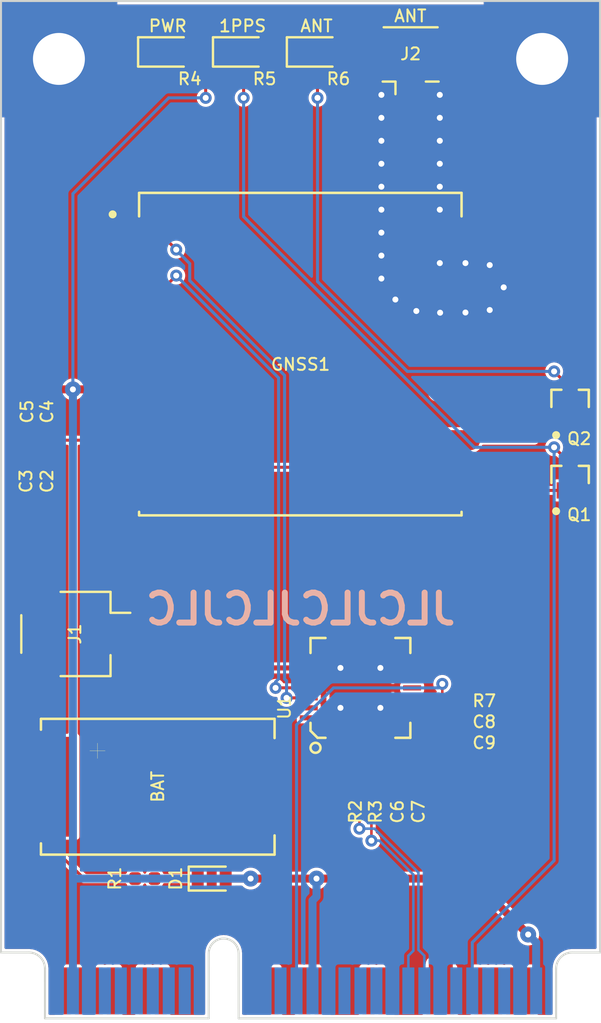
<source format=kicad_pcb>
(kicad_pcb (version 20171130) (host pcbnew 5.1.5+dfsg1-2build2)
  (layers (0 F.Cu signal) (31 B.Cu signal) (34 B.Paste user) (35 F.Paste user hide) (36 B.SilkS user) (37 F.SilkS user) (38 B.Mask user) (39 F.Mask user) (44 Edge.Cuts user))
  (net 0 "")
  (net 1 Board_1-+3.3V)
  (net 2 Board_1-/1PPS)
  (net 3 Board_1-/AADET_N)
  (net 4 Board_1-/EX_ANT)
  (net 5 Board_1-/GPS_RX)
  (net 6 Board_1-/GPS_TX)
  (net 7 Board_1-/U232_D+)
  (net 8 Board_1-/U232_D-)
  (net 9 Board_1-/USB_D+)
  (net 10 Board_1-/USB_D-)
  (net 11 Board_1-/VBAT)
  (net 12 Board_1-/~LED_WLAN)
  (net 13 Board_1-/~RESET)
  (net 14 Board_1-GND)
  (net 15 "Board_1-Net-(D1-Pad1)")
  (net 16 "Board_1-Net-(LED1-Pad1)")
  (net 17 "Board_1-Net-(LED2-Pad1)")
  (net 18 "Board_1-Net-(LED3-Pad1)")
  (net 19 "Board_1-Net-(Q2-Pad3)")
  (module Diode_SMD:D_SOD-523 (layer F.Cu) (at 146.5 119.25)
    (fp_text reference D1 (at -1.8 0 270) (layer F.SilkS) (effects (font (size 0.6 0.6) (thickness 0.1))))
    (fp_text value RB520S30T1G)
    (fp_line (start -1.15 -0.6) (end -1.15 0.6) (layer F.SilkS) (width 0.12))
    (fp_line (start 0.7 -0.6) (end -1.15 -0.6) (layer F.SilkS) (width 0.12))
    (fp_line (start 0.7 0.6) (end -1.15 0.6) (layer F.SilkS) (width 0.12))
    (pad 2 smd rect (at 0.7 0 180) (size 0.6 0.7) (layers F.Cu F.Paste F.Mask) (net 1 Board_1-+3.3V))
    (pad 1 smd rect (at -0.7 0 180) (size 0.6 0.7) (layers F.Cu F.Paste F.Mask) (net 15 "Board_1-Net-(D1-Pad1)"))
  )
  (module Connector_Coaxial:U.FL_Hirose_U.FL-R-SMT-1_Vertical (layer F.Cu) (at 156.465 78.45 90)
    (fp_text reference J2 (at 0.5 0) (layer F.SilkS) (effects (font (size 0.6 0.6) (thickness 0.1))))
    (fp_text value ANT (at 2.4 -0.015 180) (layer F.SilkS) (effects (font (size 0.6 0.6) (thickness 0.1))))
    (fp_line (start 1.835 -1.35) (end 1.835 1.35) (layer F.SilkS) (width 0.12))
    (fp_line (start -0.885 -0.76) (end -1.515 -0.76) (layer F.SilkS) (width 0.12))
    (fp_line (start -0.885 1.4) (end -0.885 0.76) (layer F.SilkS) (width 0.12))
    (fp_line (start -0.885 -1.4) (end -0.885 -0.76) (layer F.SilkS) (width 0.12))
    (pad 2 smd rect (at 0.475 1.475 90) (size 2.2 1.05) (layers F.Cu F.Paste F.Mask) (net 14 Board_1-GND))
    (pad 1 smd rect (at -1.05 0 90) (size 1.05 1) (layers F.Cu F.Paste F.Mask) (net 4 Board_1-/EX_ANT))
    (pad 2 smd rect (at 0.475 -1.475 90) (size 2.2 1.05) (layers F.Cu F.Paste F.Mask) (net 14 Board_1-GND))
  )
  (module "1 My Footprints:JST_SH_SM02B-SRSS-TB_1x02-1MP_P1.00mm_Horizontal_3D" (layer F.Cu) (at 139.65 107 270)
    (fp_text reference J1 (at 0 0 270) (layer F.SilkS) (effects (font (size 0.6 0.6) (thickness 0.1))))
    (fp_text value 1PPS)
    (fp_line (start -2.11 0.715) (end -2.11 -1.785) (layer F.SilkS) (width 0.12))
    (fp_line (start -2.11 -1.785) (end -1.06 -1.785) (layer F.SilkS) (width 0.12))
    (fp_line (start -1.06 -1.785) (end -1.06 -2.775) (layer F.SilkS) (width 0.12))
    (fp_line (start 2.11 0.715) (end 2.11 -1.785) (layer F.SilkS) (width 0.12))
    (fp_line (start 2.11 -1.785) (end 1.06 -1.785) (layer F.SilkS) (width 0.12))
    (fp_line (start -0.94 2.685) (end 0.94 2.685) (layer F.SilkS) (width 0.12))
    (pad 1 smd roundrect (at -0.5 -2 270) (size 0.6 1.55) (layers F.Cu F.Paste F.Mask) (net 2 Board_1-/1PPS))
    (pad 2 smd roundrect (at 0.5 -2 270) (size 0.6 1.55) (layers F.Cu F.Paste F.Mask) (net 14 Board_1-GND))
    (pad MP smd roundrect (at -1.8 1.875 270) (size 1.2 1.8) (layers F.Cu F.Paste F.Mask) (roundrect_rratio 0.208333))
    (pad MP smd roundrect (at 1.8 1.875 270) (size 1.2 1.8) (layers F.Cu F.Paste F.Mask) (roundrect_rratio 0.208333))
  )
  (module "1 My Footprints:Q_EMT3F" (layer F.Cu) (at 164.45 99.15 90)
    (fp_text reference Q1 (at -1.8796 0.4572) (layer F.SilkS) (effects (font (size 0.6 0.6) (thickness 0.1))))
    (fp_text value DTC143Z)
    (fp_circle (center -1.7 -0.7) (end -1.6 -0.7) (layer F.SilkS) (width 0.2))
    (fp_line (start 0.569754 0.936931) (end -0.290246 0.936931) (layer F.SilkS) (width 0.127))
    (fp_line (start 0.569754 0.436931) (end 0.569754 0.936931) (layer F.SilkS) (width 0.127))
    (fp_line (start 0.571441 -0.936274) (end -0.288559 -0.936274) (layer F.SilkS) (width 0.127))
    (fp_line (start 0.571441 -0.436274) (end 0.571441 -0.936274) (layer F.SilkS) (width 0.127))
    (pad 1 smd rect (at -0.66 -0.5 90) (size 0.81 0.35) (layers F.Cu F.Paste F.Mask) (net 2 Board_1-/1PPS))
    (pad 2 smd rect (at -0.66 0.5 90) (size 0.81 0.35) (layers F.Cu F.Paste F.Mask) (net 14 Board_1-GND))
    (pad 3 smd rect (at 0.66 0 90) (size 0.81 0.35) (layers F.Cu F.Paste F.Mask) (net 12 Board_1-/~LED_WLAN))
  )
  (module "1 My Footprints:Q_EMT3F" (layer F.Cu) (at 164.45 95.34 90)
    (fp_text reference Q2 (at -1.8796 0.4572) (layer F.SilkS) (effects (font (size 0.6 0.6) (thickness 0.1))))
    (fp_text value DTA043T)
    (fp_circle (center -1.7 -0.7) (end -1.6 -0.7) (layer F.SilkS) (width 0.2))
    (fp_line (start 0.569754 0.936931) (end -0.290246 0.936931) (layer F.SilkS) (width 0.127))
    (fp_line (start 0.569754 0.436931) (end 0.569754 0.936931) (layer F.SilkS) (width 0.127))
    (fp_line (start 0.571441 -0.936274) (end -0.288559 -0.936274) (layer F.SilkS) (width 0.127))
    (fp_line (start 0.571441 -0.436274) (end 0.571441 -0.936274) (layer F.SilkS) (width 0.127))
    (pad 1 smd rect (at -0.66 -0.5 90) (size 0.81 0.35) (layers F.Cu F.Paste F.Mask) (net 3 Board_1-/AADET_N))
    (pad 2 smd rect (at -0.66 0.5 90) (size 0.81 0.35) (layers F.Cu F.Paste F.Mask) (net 14 Board_1-GND))
    (pad 3 smd rect (at 0.66 0 90) (size 0.81 0.35) (layers F.Cu F.Paste F.Mask) (net 19 "Board_1-Net-(Q2-Pad3)"))
  )
  (module "1 My Footprints:XCVR_LC86L" (layer F.Cu) (at 150.94 93.484)
    (fp_text reference GNSS1 (at 0.01 0.016) (layer F.SilkS) (effects (font (size 0.6 0.6) (thickness 0.1))))
    (fp_text value LC86L)
    (fp_circle (center -9.4 -7.5) (end -9.3 -7.5) (layer F.SilkS) (width 0.2))
    (fp_line (start -8.075 7.575) (end -8.075 7.4) (layer F.SilkS) (width 0.127))
    (fp_line (start 8.075 7.575) (end 8.075 7.4) (layer F.SilkS) (width 0.127))
    (fp_line (start 8.075 -8.575) (end 8.075 -7.4) (layer F.SilkS) (width 0.127))
    (fp_line (start -8.075 -8.575) (end -8.075 -7.4) (layer F.SilkS) (width 0.127))
    (fp_line (start 8.075 7.575) (end -8.075 7.575) (layer F.SilkS) (width 0.127))
    (fp_line (start -8.075 -8.575) (end 8.075 -8.575) (layer F.SilkS) (width 0.127))
    (pad 3 smd oval (at -7.75 -1.27) (size 2.5 1) (layers F.Cu F.Mask) (net 14 Board_1-GND))
    (pad 10 smd oval (at 7.75 -1.27) (size 2.5 1) (layers F.Cu F.Mask))
    (pad 4 smd oval (at -7.75 1.27) (size 2.5 1) (layers F.Cu F.Mask) (net 1 Board_1-+3.3V))
    (pad 2 smd oval (at -7.75 -3.81) (size 2.5 1) (layers F.Cu F.Mask) (net 6 Board_1-/GPS_TX))
    (pad 1 smd oval (at -7.75 -6.35) (size 2.5 1) (layers F.Cu F.Mask) (net 5 Board_1-/GPS_RX))
    (pad 5 smd oval (at -7.75 3.81) (size 2.5 1) (layers F.Cu F.Mask) (net 11 Board_1-/VBAT))
    (pad 6 smd oval (at -7.75 6.35) (size 2.5 1) (layers F.Cu F.Mask) (net 2 Board_1-/1PPS))
    (pad 11 smd oval (at 7.75 -3.81) (size 2.5 1) (layers F.Cu F.Mask) (net 4 Board_1-/EX_ANT))
    (pad 12 smd oval (at 7.75 -6.35) (size 2.5 1) (layers F.Cu F.Mask) (net 14 Board_1-GND))
    (pad 9 smd oval (at 7.75 1.27) (size 2.5 1) (layers F.Cu F.Mask))
    (pad 8 smd oval (at 7.75 3.81) (size 2.5 1) (layers F.Cu F.Mask) (net 3 Board_1-/AADET_N))
    (pad 7 smd oval (at 7.75 6.35) (size 2.5 1) (layers F.Cu F.Mask))
  )
  (module "1 My Footprints:CAP_DSK-3R3H224U-HL" (layer F.Cu) (at 143.8 114.65 90)
    (fp_text reference C1)
    (fp_text value DSK-3R3H224U-HL hide)
    (fp_text user + (at 1.8 -3.1 90) (layer F.SilkS) (effects (font (size 1.004496 1.004496) (thickness 0.015))))
    (fp_text user BAT (at 0 0 270) (layer F.SilkS) (effects (font (size 0.6 0.6) (thickness 0.1))))
    (fp_line (start 3.4 -5.85) (end 2.857 -5.85) (layer F.SilkS) (width 0.127))
    (fp_line (start 3.4 5.85) (end 3.4 -5.85) (layer F.SilkS) (width 0.127))
    (fp_line (start 2.438 5.85) (end 3.4 5.85) (layer F.SilkS) (width 0.127))
    (fp_line (start -3.4 5.85) (end -2.438 5.85) (layer F.SilkS) (width 0.127))
    (fp_line (start -3.4 -5.85) (end -3.4 5.85) (layer F.SilkS) (width 0.127))
    (fp_line (start -2.837 -5.85) (end -3.4 -5.85) (layer F.SilkS) (width 0.127))
    (pad 1 smd rect (at 0 -5.075 90) (size 5 2) (layers F.Cu F.Paste F.Mask) (net 11 Board_1-/VBAT))
    (pad 2 smd rect (at 0 5.075 90) (size 4 1.7) (layers F.Cu F.Paste F.Mask) (net 14 Board_1-GND))
  )
  (module Capacitor_SMD:C_0402_1005Metric (layer F.Cu) (at 137.2 97.785 270)
    (fp_text reference C3 (at 1.565 0 90) (layer F.SilkS) (effects (font (size 0.6 0.6) (thickness 0.1))))
    (fp_text value 100nF)
    (pad 1 smd roundrect (at -0.485 0 270) (size 0.59 0.64) (layers F.Cu F.Paste F.Mask) (net 11 Board_1-/VBAT))
    (pad 2 smd roundrect (at 0.485 0 270) (size 0.59 0.64) (layers F.Cu F.Paste F.Mask) (net 14 Board_1-GND))
  )
  (module Capacitor_SMD:C_0402_1005Metric (layer F.Cu) (at 138.25 94.265 90)
    (fp_text reference C4 (at -1.6 0 90) (layer F.SilkS) (effects (font (size 0.6 0.6) (thickness 0.1))))
    (fp_text value 100nF)
    (pad 1 smd roundrect (at -0.485 0 90) (size 0.59 0.64) (layers F.Cu F.Paste F.Mask) (net 1 Board_1-+3.3V))
    (pad 2 smd roundrect (at 0.485 0 90) (size 0.59 0.64) (layers F.Cu F.Paste F.Mask) (net 14 Board_1-GND))
  )
  (module Capacitor_SMD:C_0402_1005Metric (layer F.Cu) (at 137.25 94.265 270)
    (fp_text reference C5 (at 1.6 0 90) (layer F.SilkS) (effects (font (size 0.6 0.6) (thickness 0.1))))
    (fp_text value 10uF)
    (pad 1 smd roundrect (at -0.485 0 270) (size 0.59 0.64) (layers F.Cu F.Paste F.Mask) (net 14 Board_1-GND))
    (pad 2 smd roundrect (at 0.485 0 270) (size 0.59 0.64) (layers F.Cu F.Paste F.Mask) (net 1 Board_1-+3.3V))
  )
  (module Capacitor_SMD:C_0402_1005Metric (layer F.Cu) (at 155.8 114.35 90)
    (fp_text reference C6 (at -1.55 0 90) (layer F.SilkS) (effects (font (size 0.6 0.6) (thickness 0.1))))
    (fp_text value 100nF)
    (pad 1 smd roundrect (at -0.485 0 90) (size 0.59 0.64) (layers F.Cu F.Paste F.Mask) (net 14 Board_1-GND))
    (pad 2 smd roundrect (at 0.485 0 90) (size 0.59 0.64) (layers F.Cu F.Paste F.Mask) (net 1 Board_1-+3.3V))
  )
  (module Capacitor_SMD:C_0402_1005Metric (layer F.Cu) (at 156.85 114.35 270)
    (fp_text reference C7 (at 1.55 0 90) (layer F.SilkS) (effects (font (size 0.6 0.6) (thickness 0.1))))
    (fp_text value 4.7uF)
    (pad 1 smd roundrect (at -0.485 0 270) (size 0.59 0.64) (layers F.Cu F.Paste F.Mask) (net 1 Board_1-+3.3V))
    (pad 2 smd roundrect (at 0.485 0 270) (size 0.59 0.64) (layers F.Cu F.Paste F.Mask) (net 14 Board_1-GND))
  )
  (module Capacitor_SMD:C_0402_1005Metric (layer F.Cu) (at 158.55 111.4 180)
    (fp_text reference C8 (at -1.6 0) (layer F.SilkS) (effects (font (size 0.6 0.6) (thickness 0.1))))
    (fp_text value 100nF)
    (pad 1 smd roundrect (at -0.485 0 180) (size 0.59 0.64) (layers F.Cu F.Paste F.Mask) (net 14 Board_1-GND))
    (pad 2 smd roundrect (at 0.485 0 180) (size 0.59 0.64) (layers F.Cu F.Paste F.Mask) (net 1 Board_1-+3.3V))
  )
  (module Capacitor_SMD:C_0402_1005Metric (layer F.Cu) (at 158.55 112.45)
    (fp_text reference C9 (at 1.6 0) (layer F.SilkS) (effects (font (size 0.6 0.6) (thickness 0.1))))
    (fp_text value 1uF)
    (pad 1 smd roundrect (at -0.485 0) (size 0.59 0.64) (layers F.Cu F.Paste F.Mask) (net 1 Board_1-+3.3V))
    (pad 2 smd roundrect (at 0.485 0) (size 0.59 0.64) (layers F.Cu F.Paste F.Mask) (net 14 Board_1-GND))
  )
  (module Resistor_SMD:R_0402_1005Metric (layer F.Cu) (at 143.15 119.25 180)
    (fp_text reference R1 (at 1.5 0 270) (layer F.SilkS) (effects (font (size 0.6 0.6) (thickness 0.1))))
    (fp_text value 1K)
    (pad 1 smd roundrect (at -0.485 0 180) (size 0.59 0.64) (layers F.Cu F.Paste F.Mask) (net 15 "Board_1-Net-(D1-Pad1)"))
    (pad 2 smd roundrect (at 0.485 0 180) (size 0.59 0.64) (layers F.Cu F.Paste F.Mask) (net 11 Board_1-/VBAT))
  )
  (module Resistor_SMD:R_0402_1005Metric (layer F.Cu) (at 143.865 79.2)
    (fp_text reference R4 (at 1.535 0 180) (layer F.SilkS) (effects (font (size 0.6 0.6) (thickness 0.1))))
    (fp_text value 51R)
    (pad 1 smd roundrect (at -0.485 0) (size 0.59 0.64) (layers F.Cu F.Paste F.Mask) (net 16 "Board_1-Net-(LED1-Pad1)"))
    (pad 2 smd roundrect (at 0.485 0) (size 0.59 0.64) (layers F.Cu F.Paste F.Mask) (net 14 Board_1-GND))
  )
  (module Resistor_SMD:R_0402_1005Metric (layer F.Cu) (at 147.6 79.2)
    (fp_text reference R5 (at 1.55 0) (layer F.SilkS) (effects (font (size 0.6 0.6) (thickness 0.1))))
    (fp_text value 220R)
    (pad 1 smd roundrect (at -0.485 0) (size 0.59 0.64) (layers F.Cu F.Paste F.Mask) (net 17 "Board_1-Net-(LED2-Pad1)"))
    (pad 2 smd roundrect (at 0.485 0) (size 0.59 0.64) (layers F.Cu F.Paste F.Mask) (net 12 Board_1-/~LED_WLAN))
  )
  (module Resistor_SMD:R_0402_1005Metric (layer F.Cu) (at 151.3 79.2)
    (fp_text reference R6 (at 1.55 0) (layer F.SilkS) (effects (font (size 0.6 0.6) (thickness 0.1))))
    (fp_text value 220R)
    (pad 1 smd roundrect (at -0.485 0) (size 0.59 0.64) (layers F.Cu F.Paste F.Mask) (net 18 "Board_1-Net-(LED3-Pad1)"))
    (pad 2 smd roundrect (at 0.485 0) (size 0.59 0.64) (layers F.Cu F.Paste F.Mask) (net 19 "Board_1-Net-(Q2-Pad3)"))
  )
  (module Resistor_SMD:R_0402_1005Metric (layer F.Cu) (at 158.55 110.35 180)
    (fp_text reference R7 (at -1.6 0) (layer F.SilkS) (effects (font (size 0.6 0.6) (thickness 0.1))))
    (fp_text value 4.7K)
    (pad 1 smd roundrect (at -0.485 0 180) (size 0.59 0.64) (layers F.Cu F.Paste F.Mask) (net 1 Board_1-+3.3V))
    (pad 2 smd roundrect (at 0.485 0 180) (size 0.59 0.64) (layers F.Cu F.Paste F.Mask) (net 13 Board_1-/~RESET))
  )
  (module Capacitor_SMD:C_0402_1005Metric (layer F.Cu) (at 138.25 97.785 270)
    (fp_text reference C2 (at 1.565 0 90) (layer F.SilkS) (effects (font (size 0.6 0.6) (thickness 0.1))))
    (fp_text value 4.7uF)
    (pad 1 smd roundrect (at -0.485 0 270) (size 0.59 0.64) (layers F.Cu F.Paste F.Mask) (net 11 Board_1-/VBAT))
    (pad 2 smd roundrect (at 0.485 0 270) (size 0.59 0.64) (layers F.Cu F.Paste F.Mask) (net 14 Board_1-GND))
  )
  (module "1 My Footprints:QFN28G_0.5-5X5MM" (layer F.Cu) (at 153.95 109.7 90)
    (fp_text reference U1 (at -0.976228 -3.805681 90) (layer F.SilkS) (effects (font (size 0.6 0.6) (thickness 0.1))))
    (fp_text value CP2102N-A01-GQFN28)
    (fp_circle (center -3 -2.25) (end -2.75 -2.25) (layer F.SilkS) (width 0.127))
    (fp_line (start 2.5 2.5) (end 2.5 1.75) (layer F.SilkS) (width 0.127))
    (fp_line (start 1.75 2.5) (end 2.5 2.5) (layer F.SilkS) (width 0.127))
    (fp_line (start -2.5 2.5) (end -1.75 2.5) (layer F.SilkS) (width 0.127))
    (fp_line (start -2.5 1.75) (end -2.5 2.5) (layer F.SilkS) (width 0.127))
    (fp_line (start 2.5 -2.5) (end 2.5 -1.75) (layer F.SilkS) (width 0.127))
    (fp_line (start 1.75 -2.5) (end 2.5 -2.5) (layer F.SilkS) (width 0.127))
    (fp_line (start -2.5 -2.14645) (end -2.5 -1.75) (layer F.SilkS) (width 0.127))
    (fp_line (start -2.14645 -2.5) (end -2.5 -2.14645) (layer F.SilkS) (width 0.127))
    (fp_line (start -1.75 -2.5) (end -2.14645 -2.5) (layer F.SilkS) (width 0.127))
    (pad 1 smd rect (at -2.59 -1.5 90) (size 0.9 0.254) (layers F.Cu F.Paste F.Mask))
    (pad 2 smd rect (at -2.59 -1 90) (size 0.9 0.254) (layers F.Cu F.Paste F.Mask))
    (pad 3 smd rect (at -2.59 -0.5 90) (size 0.9 0.254) (layers F.Cu F.Paste F.Mask) (net 14 Board_1-GND))
    (pad 4 smd rect (at -2.59 0 90) (size 0.9 0.254) (layers F.Cu F.Paste F.Mask) (net 7 Board_1-/U232_D+))
    (pad 5 smd rect (at -2.59 0.5 90) (size 0.9 0.254) (layers F.Cu F.Paste F.Mask) (net 8 Board_1-/U232_D-))
    (pad 6 smd rect (at -2.59 1 90) (size 0.9 0.254) (layers F.Cu F.Paste F.Mask) (net 1 Board_1-+3.3V))
    (pad 7 smd rect (at -2.59 1.5 90) (size 0.9 0.254) (layers F.Cu F.Paste F.Mask) (net 1 Board_1-+3.3V))
    (pad 8 smd rect (at -1.5 2.59 90) (size 0.254 0.9) (layers F.Cu F.Paste F.Mask) (net 1 Board_1-+3.3V))
    (pad 9 smd rect (at -1 2.59 90) (size 0.254 0.9) (layers F.Cu F.Paste F.Mask) (net 13 Board_1-/~RESET))
    (pad 10 smd rect (at -0.5 2.59 90) (size 0.254 0.9) (layers F.Cu F.Paste F.Mask))
    (pad 11 smd rect (at 0 2.59 90) (size 0.254 0.9) (layers F.Cu F.Paste F.Mask))
    (pad 12 smd rect (at 0.5 2.59 90) (size 0.254 0.9) (layers F.Cu F.Paste F.Mask))
    (pad 13 smd rect (at 1 2.59 90) (size 0.254 0.9) (layers F.Cu F.Paste F.Mask))
    (pad 14 smd rect (at 1.5 2.59 90) (size 0.254 0.9) (layers F.Cu F.Paste F.Mask))
    (pad 15 smd rect (at 2.59 1.5 90) (size 0.9 0.254) (layers F.Cu F.Paste F.Mask))
    (pad 16 smd rect (at 2.59 1 90) (size 0.9 0.254) (layers F.Cu F.Paste F.Mask))
    (pad 17 smd rect (at 2.59 0.5 90) (size 0.9 0.254) (layers F.Cu F.Paste F.Mask))
    (pad 18 smd rect (at 2.59 0 90) (size 0.9 0.254) (layers F.Cu F.Paste F.Mask))
    (pad 19 smd rect (at 2.59 -0.5 90) (size 0.9 0.254) (layers F.Cu F.Paste F.Mask))
    (pad 20 smd rect (at 2.59 -1 90) (size 0.9 0.254) (layers F.Cu F.Paste F.Mask))
    (pad 21 smd rect (at 2.59 -1.5 90) (size 0.9 0.254) (layers F.Cu F.Paste F.Mask))
    (pad 22 smd rect (at 1.5 -2.59 90) (size 0.254 0.9) (layers F.Cu F.Paste F.Mask))
    (pad 23 smd rect (at 1 -2.59 90) (size 0.254 0.9) (layers F.Cu F.Paste F.Mask) (net 2 Board_1-/1PPS))
    (pad 24 smd rect (at 0.5 -2.59 90) (size 0.254 0.9) (layers F.Cu F.Paste F.Mask))
    (pad 25 smd rect (at 0 -2.59 90) (size 0.254 0.9) (layers F.Cu F.Paste F.Mask) (net 6 Board_1-/GPS_TX))
    (pad 26 smd rect (at -0.5 -2.59 90) (size 0.254 0.9) (layers F.Cu F.Paste F.Mask) (net 5 Board_1-/GPS_RX))
    (pad 27 smd rect (at -1 -2.59 90) (size 0.254 0.9) (layers F.Cu F.Paste F.Mask))
    (pad 28 smd rect (at -1.5 -2.59 90) (size 0.254 0.9) (layers F.Cu F.Paste F.Mask))
    (pad 29 smd rect (at 0 0 90) (size 3.1 3.1) (layers F.Cu F.Mask) (net 14 Board_1-GND))
  )
  (module "1 My Footprints:LED_0603_1608Metric_SnapModel" (layer F.Cu) (at 144.3 77.85)
    (fp_text reference LED1)
    (fp_text value PWR (at 0 -1.3) (layer F.SilkS) (effects (font (size 0.6 0.6) (thickness 0.1))))
    (fp_line (start 0.8 -0.735) (end -1.485 -0.735) (layer F.SilkS) (width 0.12))
    (fp_line (start -1.485 -0.735) (end -1.485 0.735) (layer F.SilkS) (width 0.12))
    (fp_line (start -1.485 0.735) (end 0.8 0.735) (layer F.SilkS) (width 0.12))
    (pad 2 smd roundrect (at 0.7875 0) (size 0.875 0.95) (layers F.Cu F.Paste F.Mask) (net 1 Board_1-+3.3V))
    (pad 1 smd roundrect (at -0.7875 0) (size 0.875 0.95) (layers F.Cu F.Paste F.Mask) (net 16 "Board_1-Net-(LED1-Pad1)"))
  )
  (module "1 My Footprints:LED_0603_1608Metric_SnapModel" (layer F.Cu) (at 148.05 77.85)
    (fp_text reference LED2)
    (fp_text value 1PPS (at 0 -1.3) (layer F.SilkS) (effects (font (size 0.6 0.6) (thickness 0.1))))
    (fp_line (start 0.8 -0.735) (end -1.485 -0.735) (layer F.SilkS) (width 0.12))
    (fp_line (start -1.485 -0.735) (end -1.485 0.735) (layer F.SilkS) (width 0.12))
    (fp_line (start -1.485 0.735) (end 0.8 0.735) (layer F.SilkS) (width 0.12))
    (pad 2 smd roundrect (at 0.7875 0) (size 0.875 0.95) (layers F.Cu F.Paste F.Mask) (net 1 Board_1-+3.3V))
    (pad 1 smd roundrect (at -0.7875 0) (size 0.875 0.95) (layers F.Cu F.Paste F.Mask) (net 17 "Board_1-Net-(LED2-Pad1)"))
  )
  (module "1 My Footprints:LED_0603_1608Metric_SnapModel" (layer F.Cu) (at 151.75 77.85)
    (fp_text reference LED3)
    (fp_text value ANT (at 0 -1.3) (layer F.SilkS) (effects (font (size 0.6 0.6) (thickness 0.1))))
    (fp_line (start 0.8 -0.735) (end -1.485 -0.735) (layer F.SilkS) (width 0.12))
    (fp_line (start -1.485 -0.735) (end -1.485 0.735) (layer F.SilkS) (width 0.12))
    (fp_line (start -1.485 0.735) (end 0.8 0.735) (layer F.SilkS) (width 0.12))
    (pad 2 smd roundrect (at 0.7875 0) (size 0.875 0.95) (layers F.Cu F.Paste F.Mask) (net 1 Board_1-+3.3V))
    (pad 1 smd roundrect (at -0.7875 0) (size 0.875 0.95) (layers F.Cu F.Paste F.Mask) (net 18 "Board_1-Net-(LED3-Pad1)"))
  )
  (module Resistor_SMD:R_0402_1005Metric (layer F.Cu) (at 153.7 114.35 90)
    (fp_text reference R2 (at -1.55 0 270) (layer F.SilkS) (effects (font (size 0.6 0.6) (thickness 0.1))))
    (fp_text value 33R)
    (pad 1 smd roundrect (at -0.485 0 90) (size 0.59 0.64) (layers F.Cu F.Paste F.Mask) (net 9 Board_1-/USB_D+))
    (pad 2 smd roundrect (at 0.485 0 90) (size 0.59 0.64) (layers F.Cu F.Paste F.Mask) (net 7 Board_1-/U232_D+))
  )
  (module Resistor_SMD:R_0402_1005Metric (layer F.Cu) (at 154.7 114.35 270)
    (fp_text reference R3 (at 1.55 0 90) (layer F.SilkS) (effects (font (size 0.6 0.6) (thickness 0.1))))
    (fp_text value 33R)
    (pad 1 smd roundrect (at -0.485 0 270) (size 0.59 0.64) (layers F.Cu F.Paste F.Mask) (net 8 Board_1-/U232_D-))
    (pad 2 smd roundrect (at 0.485 0 270) (size 0.59 0.64) (layers F.Cu F.Paste F.Mask) (net 10 Board_1-/USB_D-))
  )
  (module "1 My Footprints:mini-PCIe_F1_Full_v600" (layer F.Cu) (at 147.1 126.25)
    (fp_text reference PC1 hide)
    (fp_text value miniPCIe)
    (pad 55 thru_hole custom (at 15.95 -48.05) (size 2.6 2.6) (drill 2.6) (layers *.Cu *.Mask) (net 14 Board_1-GND) (options (clearance outline) (anchor circle)) (primitives (gr_poly (pts (xy 2.9 2.9) (xy -2.9 2.9) (xy -2.9 -2.9) (xy 2.9 -2.9)) (width 0.05)) (gr_poly (pts (xy 2.9 2.9) (xy -2.9 2.9) (xy -2.9 -2.9) (xy 2.9 -2.9)) (width 0.05)) (gr_poly (pts (xy 2.9 2.9) (xy -2.9 2.9) (xy -2.9 -2.9) (xy 2.9 -2.9)) (width 0.05)) (gr_poly (pts (xy 2.9 2.9) (xy -2.9 2.9) (xy -2.9 -2.9) (xy 2.9 -2.9)) (width 0.05))))
    (pad 54 thru_hole custom (at -8.25 -48.05) (size 2.6 2.6) (drill 2.6) (layers *.Cu *.Mask) (net 14 Board_1-GND) (options (clearance outline) (anchor circle)) (primitives (gr_poly (pts (xy 2.9 2.9) (xy -2.9 2.9) (xy -2.9 -2.9) (xy 2.9 -2.9)) (width 0.05)) (gr_poly (pts (xy 2.9 2.9) (xy -2.9 2.9) (xy -2.9 -2.9) (xy 2.9 -2.9)) (width 0.05)) (gr_poly (pts (xy 2.9 2.9) (xy -2.9 2.9) (xy -2.9 -2.9) (xy 2.9 -2.9)) (width 0.05)) (gr_poly (pts (xy 2.9 2.9) (xy -2.9 2.9) (xy -2.9 -2.9) (xy 2.9 -2.9)) (width 0.05))))
    (pad 2 smd rect (at -7.55 -1.375) (size 0.6 2.35) (layers B.Cu B.Mask) (net 1 Board_1-+3.3V))
    (pad 4 smd rect (at -6.75 -1.375) (size 0.6 2.35) (layers B.Cu B.Mask) (net 14 Board_1-GND))
    (pad 6 smd rect (at -5.95 -1.375) (size 0.6 2.35) (layers B.Cu B.Mask))
    (pad 8 smd rect (at -5.15 -1.375) (size 0.6 2.35) (layers B.Cu B.Mask))
    (pad 10 smd rect (at -4.35 -1.375) (size 0.6 2.35) (layers B.Cu B.Mask))
    (pad 12 smd rect (at -3.55 -1.375) (size 0.6 2.35) (layers B.Cu B.Mask))
    (pad 14 smd rect (at -2.75 -1.375) (size 0.6 2.35) (layers B.Cu B.Mask))
    (pad 16 smd rect (at -1.95 -1.375) (size 0.6 2.35) (layers B.Cu B.Mask))
    (pad 52 smd rect (at 15.65 -1.375) (size 0.6 2.35) (layers B.Cu B.Mask) (net 1 Board_1-+3.3V))
    (pad 50 smd rect (at 14.85 -1.375) (size 0.6 2.35) (layers B.Cu B.Mask) (net 14 Board_1-GND))
    (pad 48 smd rect (at 14.05 -1.375) (size 0.6 2.35) (layers B.Cu B.Mask))
    (pad 46 smd rect (at 13.25 -1.375) (size 0.6 2.35) (layers B.Cu B.Mask))
    (pad 44 smd rect (at 12.45 -1.375) (size 0.6 2.35) (layers B.Cu B.Mask) (net 12 Board_1-/~LED_WLAN))
    (pad 42 smd rect (at 11.65 -1.375) (size 0.6 2.35) (layers B.Cu B.Mask))
    (pad 40 smd rect (at 10.85 -1.375) (size 0.6 2.35) (layers B.Cu B.Mask) (net 14 Board_1-GND))
    (pad 38 smd rect (at 10.05 -1.375) (size 0.6 2.35) (layers B.Cu B.Mask) (net 9 Board_1-/USB_D+))
    (pad 36 smd rect (at 9.25 -1.375) (size 0.6 2.35) (layers B.Cu B.Mask) (net 10 Board_1-/USB_D-))
    (pad 34 smd rect (at 8.45 -1.375) (size 0.6 2.35) (layers B.Cu B.Mask) (net 14 Board_1-GND))
    (pad 32 smd rect (at 7.65 -1.375) (size 0.6 2.35) (layers B.Cu B.Mask))
    (pad 30 smd rect (at 6.85 -1.375) (size 0.6 2.35) (layers B.Cu B.Mask))
    (pad 28 smd rect (at 6.05 -1.375) (size 0.6 2.35) (layers B.Cu B.Mask))
    (pad 26 smd rect (at 5.25 -1.375) (size 0.6 2.35) (layers B.Cu B.Mask) (net 14 Board_1-GND))
    (pad 24 smd rect (at 4.45 -1.375) (size 0.6 2.35) (layers B.Cu B.Mask) (net 1 Board_1-+3.3V))
    (pad 22 smd rect (at 3.65 -1.375) (size 0.6 2.35) (layers B.Cu B.Mask) (net 13 Board_1-/~RESET))
    (pad 20 smd rect (at 2.85 -1.375) (size 0.6 2.35) (layers B.Cu B.Mask))
    (pad 18 smd rect (at 2.05 -1.375) (size 0.6 2.35) (layers B.Cu B.Mask) (net 14 Board_1-GND))
    (pad 17 smd rect (at 1.65 -1.375) (size 0.6 2.35) (layers F.Cu F.Mask))
    (pad 1 smd rect (at -7.95 -1.375) (size 0.6 2.35) (layers F.Cu F.Mask))
    (pad 3 smd rect (at -7.15 -1.375) (size 0.6 2.35) (layers F.Cu F.Mask))
    (pad 5 smd rect (at -6.35 -1.375) (size 0.6 2.35) (layers F.Cu F.Mask))
    (pad 7 smd rect (at -5.55 -1.375) (size 0.6 2.35) (layers F.Cu F.Mask))
    (pad 9 smd rect (at -4.75 -1.375) (size 0.6 2.35) (layers F.Cu F.Mask) (net 14 Board_1-GND))
    (pad 11 smd rect (at -3.95 -1.375) (size 0.6 2.35) (layers F.Cu F.Mask))
    (pad 13 smd rect (at -3.15 -1.375) (size 0.6 2.35) (layers F.Cu F.Mask))
    (pad 51 smd rect (at 15.25 -1.375) (size 0.6 2.35) (layers F.Cu F.Mask))
    (pad 49 smd rect (at 14.45 -1.375) (size 0.6 2.35) (layers F.Cu F.Mask))
    (pad 47 smd rect (at 13.65 -1.375) (size 0.6 2.35) (layers F.Cu F.Mask))
    (pad 45 smd rect (at 12.85 -1.375) (size 0.6 2.35) (layers F.Cu F.Mask))
    (pad 43 smd rect (at 12.05 -1.375) (size 0.6 2.35) (layers F.Cu F.Mask) (net 14 Board_1-GND))
    (pad 41 smd rect (at 11.25 -1.375) (size 0.6 2.35) (layers F.Cu F.Mask) (net 1 Board_1-+3.3V))
    (pad 39 smd rect (at 10.45 -1.375) (size 0.6 2.35) (layers F.Cu F.Mask) (net 1 Board_1-+3.3V))
    (pad 37 smd rect (at 9.65 -1.375) (size 0.6 2.35) (layers F.Cu F.Mask) (net 14 Board_1-GND))
    (pad 35 smd rect (at 8.85 -1.375) (size 0.6 2.35) (layers F.Cu F.Mask) (net 14 Board_1-GND))
    (pad 33 smd rect (at 8.05 -1.375) (size 0.6 2.35) (layers F.Cu F.Mask))
    (pad 31 smd rect (at 7.25 -1.375) (size 0.6 2.35) (layers F.Cu F.Mask))
    (pad 29 smd rect (at 6.45 -1.375) (size 0.6 2.35) (layers F.Cu F.Mask) (net 14 Board_1-GND))
    (pad 27 smd rect (at 5.65 -1.375) (size 0.6 2.35) (layers F.Cu F.Mask) (net 14 Board_1-GND))
    (pad 25 smd rect (at 4.85 -1.375) (size 0.6 2.35) (layers F.Cu F.Mask))
    (pad 23 smd rect (at 4.05 -1.375) (size 0.6 2.35) (layers F.Cu F.Mask))
    (pad 21 smd rect (at 3.25 -1.375) (size 0.6 2.35) (layers F.Cu F.Mask) (net 14 Board_1-GND))
    (pad 19 smd rect (at 2.45 -1.375) (size 0.6 2.35) (layers F.Cu F.Mask))
    (pad 15 smd rect (at -2.35 -1.375) (size 0.6 2.35) (layers F.Cu F.Mask) (net 14 Board_1-GND))
  )
  (gr_line (start 146.3548 122.9242) (end 146.351 123) (layer Edge.Cuts) (width 0.1))
  (gr_line (start 146.3663 122.8492) (end 146.3548 122.9242) (layer Edge.Cuts) (width 0.1))
  (gr_line (start 146.3854 122.7758) (end 146.3663 122.8492) (layer Edge.Cuts) (width 0.1))
  (gr_line (start 146.4117 122.7046) (end 146.3854 122.7758) (layer Edge.Cuts) (width 0.1))
  (gr_line (start 146.4451 122.6365) (end 146.4117 122.7046) (layer Edge.Cuts) (width 0.1))
  (gr_line (start 146.4852 122.5721) (end 146.4451 122.6365) (layer Edge.Cuts) (width 0.1))
  (gr_line (start 146.5317 122.5121) (end 146.4852 122.5721) (layer Edge.Cuts) (width 0.1))
  (gr_line (start 146.584 122.4571) (end 146.5317 122.5121) (layer Edge.Cuts) (width 0.1))
  (gr_line (start 146.6415 122.4077) (end 146.584 122.4571) (layer Edge.Cuts) (width 0.1))
  (gr_line (start 146.7038 122.3644) (end 146.6415 122.4077) (layer Edge.Cuts) (width 0.1))
  (gr_line (start 146.7701 122.3275) (end 146.7038 122.3644) (layer Edge.Cuts) (width 0.1))
  (gr_line (start 146.8399 122.2976) (end 146.7701 122.3275) (layer Edge.Cuts) (width 0.1))
  (gr_line (start 146.9123 122.2749) (end 146.8399 122.2976) (layer Edge.Cuts) (width 0.1))
  (gr_line (start 146.9866 122.2596) (end 146.9123 122.2749) (layer Edge.Cuts) (width 0.1))
  (gr_line (start 147.0621 122.252) (end 146.9866 122.2596) (layer Edge.Cuts) (width 0.1))
  (gr_line (start 147.1379 122.252) (end 147.0621 122.252) (layer Edge.Cuts) (width 0.1))
  (gr_line (start 147.2134 122.2596) (end 147.1379 122.252) (layer Edge.Cuts) (width 0.1))
  (gr_line (start 147.2877 122.2749) (end 147.2134 122.2596) (layer Edge.Cuts) (width 0.1))
  (gr_line (start 147.3601 122.2976) (end 147.2877 122.2749) (layer Edge.Cuts) (width 0.1))
  (gr_line (start 147.4299 122.3275) (end 147.3601 122.2976) (layer Edge.Cuts) (width 0.1))
  (gr_line (start 147.4962 122.3644) (end 147.4299 122.3275) (layer Edge.Cuts) (width 0.1))
  (gr_line (start 147.5585 122.4077) (end 147.4962 122.3644) (layer Edge.Cuts) (width 0.1))
  (gr_line (start 147.616 122.4571) (end 147.5585 122.4077) (layer Edge.Cuts) (width 0.1))
  (gr_line (start 147.6683 122.5121) (end 147.616 122.4571) (layer Edge.Cuts) (width 0.1))
  (gr_line (start 147.7148 122.5721) (end 147.6683 122.5121) (layer Edge.Cuts) (width 0.1))
  (gr_line (start 147.7549 122.6365) (end 147.7148 122.5721) (layer Edge.Cuts) (width 0.1))
  (gr_line (start 147.7883 122.7046) (end 147.7549 122.6365) (layer Edge.Cuts) (width 0.1))
  (gr_line (start 147.8146 122.7758) (end 147.7883 122.7046) (layer Edge.Cuts) (width 0.1))
  (gr_line (start 147.8337 122.8492) (end 147.8146 122.7758) (layer Edge.Cuts) (width 0.1))
  (gr_line (start 147.8452 122.9242) (end 147.8337 122.8492) (layer Edge.Cuts) (width 0.1))
  (gr_line (start 147.849 123) (end 147.8452 122.9242) (layer Edge.Cuts) (width 0.1))
  (gr_line (start 147.8498 126.251) (end 147.849 123) (layer Edge.Cuts) (width 0.1))
  (gr_line (start 163.75 126.251) (end 147.8498 126.251) (layer Edge.Cuts) (width 0.1))
  (gr_line (start 163.751 123.75) (end 163.75 126.251) (layer Edge.Cuts) (width 0.1))
  (gr_line (start 163.7554 123.6665) (end 163.751 123.75) (layer Edge.Cuts) (width 0.1))
  (gr_line (start 163.7685 123.5839) (end 163.7554 123.6665) (layer Edge.Cuts) (width 0.1))
  (gr_line (start 163.7901 123.5031) (end 163.7685 123.5839) (layer Edge.Cuts) (width 0.1))
  (gr_line (start 163.8201 123.425) (end 163.7901 123.5031) (layer Edge.Cuts) (width 0.1))
  (gr_line (start 163.858 123.3505) (end 163.8201 123.425) (layer Edge.Cuts) (width 0.1))
  (gr_line (start 163.9036 123.2804) (end 163.858 123.3505) (layer Edge.Cuts) (width 0.1))
  (gr_line (start 163.9562 123.2154) (end 163.9036 123.2804) (layer Edge.Cuts) (width 0.1))
  (gr_line (start 164.0154 123.1562) (end 163.9562 123.2154) (layer Edge.Cuts) (width 0.1))
  (gr_line (start 164.0804 123.1036) (end 164.0154 123.1562) (layer Edge.Cuts) (width 0.1))
  (gr_line (start 164.1505 123.058) (end 164.0804 123.1036) (layer Edge.Cuts) (width 0.1))
  (gr_line (start 164.225 123.0201) (end 164.1505 123.058) (layer Edge.Cuts) (width 0.1))
  (gr_line (start 164.3031 122.9901) (end 164.225 123.0201) (layer Edge.Cuts) (width 0.1))
  (gr_line (start 164.3839 122.9685) (end 164.3031 122.9901) (layer Edge.Cuts) (width 0.1))
  (gr_line (start 164.4665 122.9554) (end 164.3839 122.9685) (layer Edge.Cuts) (width 0.1))
  (gr_line (start 164.55 122.951) (end 164.4665 122.9554) (layer Edge.Cuts) (width 0.1))
  (gr_line (start 165.9509 122.9504) (end 164.55 122.951) (layer Edge.Cuts) (width 0.1))
  (gr_line (start 165.9504 75.2991) (end 165.9509 122.9504) (layer Edge.Cuts) (width 0.1))
  (gr_line (start 135.9491 75.2996) (end 165.9504 75.2991) (layer Edge.Cuts) (width 0.1))
  (gr_line (start 135.949 122.9502) (end 135.9491 75.2996) (layer Edge.Cuts) (width 0.1))
  (gr_line (start 137.35 122.951) (end 135.949 122.9502) (layer Edge.Cuts) (width 0.1))
  (gr_line (start 137.4335 122.9554) (end 137.35 122.951) (layer Edge.Cuts) (width 0.1))
  (gr_line (start 137.5161 122.9685) (end 137.4335 122.9554) (layer Edge.Cuts) (width 0.1))
  (gr_line (start 137.5969 122.9901) (end 137.5161 122.9685) (layer Edge.Cuts) (width 0.1))
  (gr_line (start 137.675 123.0201) (end 137.5969 122.9901) (layer Edge.Cuts) (width 0.1))
  (gr_line (start 137.7495 123.058) (end 137.675 123.0201) (layer Edge.Cuts) (width 0.1))
  (gr_line (start 137.8196 123.1036) (end 137.7495 123.058) (layer Edge.Cuts) (width 0.1))
  (gr_line (start 137.8846 123.1562) (end 137.8196 123.1036) (layer Edge.Cuts) (width 0.1))
  (gr_line (start 137.9438 123.2154) (end 137.8846 123.1562) (layer Edge.Cuts) (width 0.1))
  (gr_line (start 137.9964 123.2804) (end 137.9438 123.2154) (layer Edge.Cuts) (width 0.1))
  (gr_line (start 138.042 123.3505) (end 137.9964 123.2804) (layer Edge.Cuts) (width 0.1))
  (gr_line (start 138.0799 123.425) (end 138.042 123.3505) (layer Edge.Cuts) (width 0.1))
  (gr_line (start 138.1099 123.5031) (end 138.0799 123.425) (layer Edge.Cuts) (width 0.1))
  (gr_line (start 138.1315 123.5839) (end 138.1099 123.5031) (layer Edge.Cuts) (width 0.1))
  (gr_line (start 138.1446 123.6665) (end 138.1315 123.5839) (layer Edge.Cuts) (width 0.1))
  (gr_line (start 138.149 123.75) (end 138.1446 123.6665) (layer Edge.Cuts) (width 0.1))
  (gr_line (start 138.15 126.251) (end 138.149 123.75) (layer Edge.Cuts) (width 0.1))
  (gr_line (start 146.3504 126.2509) (end 138.15 126.251) (layer Edge.Cuts) (width 0.1))
  (gr_line (start 146.351 123) (end 146.3504 126.2509) (layer Edge.Cuts) (width 0.1))
  (gr_text JLCJLCJLCJLC (at 150.95 105.75) (layer B.SilkS) (effects (font (size 1.5 1.5) (thickness 0.3)) (justify mirror)))
  (segment (start 157.573 125.002) (end 157.573 123.5164) (width 0.4) (layer F.Cu) (net 1))
  (segment (start 157.573 123.5164) (end 157.9636 123.1258) (width 0.4) (layer F.Cu) (net 1))
  (segment (start 158.373 125.002) (end 158.373 123.5352) (width 0.4) (layer F.Cu) (net 1))
  (segment (start 158.373 123.5352) (end 157.9636 123.1258) (width 0.4) (layer F.Cu) (net 1))
  (segment (start 139.55 116.8) (end 139.55 94.75) (width 0.4) (layer B.Cu) (net 1))
  (segment (start 139.55 94.75) (end 139.55 94.75) (width 0.254) (layer B.Cu) (net 1))
  (via (at 139.55 94.75) (size 0.8) (drill 0.3) (layers F.Cu B.Cu) (net 1))
  (segment (start 139.55 94.75) (end 138.25 94.75) (width 0.4) (layer F.Cu) (net 1))
  (segment (start 143.186 94.75) (end 143.19 94.754) (width 0.254) (layer F.Cu) (net 1))
  (segment (start 139.55 94.75) (end 143.186 94.75) (width 0.4) (layer F.Cu) (net 1))
  (segment (start 137.25 94.75) (end 138.25 94.75) (width 0.4) (layer F.Cu) (net 1))
  (segment (start 155.8 113.865) (end 156.85 113.865) (width 0.254) (layer F.Cu) (net 1))
  (segment (start 156.54 111.2) (end 158.065 111.2) (width 0.254) (layer F.Cu) (net 1))
  (segment (start 158.065 112.66) (end 158.065 112.45) (width 0.254) (layer F.Cu) (net 1))
  (segment (start 158.065 112.25) (end 158.065 112.935) (width 0.254) (layer F.Cu) (net 1))
  (segment (start 158.065 112.935) (end 157.6 113.4) (width 0.254) (layer F.Cu) (net 1))
  (segment (start 157.135 113.865) (end 157.6 113.4) (width 0.254) (layer F.Cu) (net 1))
  (segment (start 156.85 113.865) (end 157.135 113.865) (width 0.254) (layer F.Cu) (net 1))
  (segment (start 158.065 111.4) (end 158.065 112.45) (width 0.254) (layer F.Cu) (net 1))
  (segment (start 155.45 112.29) (end 154.95 112.29) (width 0.254) (layer F.Cu) (net 1))
  (segment (start 145.0875 77.85) (end 145.0875 77.7625) (width 0.1524) (layer F.Cu) (net 1))
  (segment (start 145.0875 77.85) (end 145.76571 77.17179) (width 0.1524) (layer F.Cu) (net 1))
  (segment (start 157.9636 113.7636) (end 157.9636 115.9636) (width 0.4) (layer F.Cu) (net 1))
  (segment (start 157.6 113.4) (end 157.9636 113.7636) (width 0.4) (layer F.Cu) (net 1))
  (via (at 162.35 122.05) (size 0.8) (drill 0.3) (layers F.Cu B.Cu) (net 1))
  (segment (start 162.75 124.875) (end 162.75 122.45) (width 0.4) (layer B.Cu) (net 1))
  (segment (start 162.75 122.45) (end 162.35 122.05) (width 0.4) (layer B.Cu) (net 1))
  (segment (start 158 122.05) (end 157.9636 122.0136) (width 0.254) (layer F.Cu) (net 1))
  (segment (start 157.9636 122.0136) (end 157.9636 123.1258) (width 0.4) (layer F.Cu) (net 1))
  (via (at 151.75 119.25) (size 0.8) (drill 0.3) (layers F.Cu B.Cu) (net 1))
  (segment (start 151.55 119.25) (end 157.9 119.25) (width 0.4) (layer F.Cu) (net 1))
  (segment (start 157.9636 115.9636) (end 157.9636 119.1864) (width 0.4) (layer F.Cu) (net 1))
  (segment (start 157.9 119.25) (end 157.9636 119.1864) (width 0.4) (layer F.Cu) (net 1))
  (segment (start 157.9636 119.1864) (end 157.9636 122.0136) (width 0.4) (layer F.Cu) (net 1))
  (segment (start 159.55 119.25) (end 162.35 122.05) (width 0.4) (layer F.Cu) (net 1))
  (segment (start 157.9 119.25) (end 159.55 119.25) (width 0.4) (layer F.Cu) (net 1))
  (segment (start 152.5375 77.85) (end 151.8375 77.15) (width 0.1524) (layer F.Cu) (net 1))
  (segment (start 149.5375 77.15) (end 148.8375 77.85) (width 0.1524) (layer F.Cu) (net 1))
  (segment (start 151.8375 77.15) (end 149.5375 77.15) (width 0.1524) (layer F.Cu) (net 1))
  (segment (start 145.7875 77.15) (end 145.76571 77.17179) (width 0.1524) (layer F.Cu) (net 1))
  (segment (start 139.55 84.95) (end 139.55 94.75) (width 0.1524) (layer B.Cu) (net 1))
  (segment (start 144.35 80.15) (end 144.35 80.15) (width 0.1524) (layer B.Cu) (net 1))
  (segment (start 144.35 80.15) (end 139.55 84.95) (width 0.1524) (layer B.Cu) (net 1))
  (via (at 146.2 80.15) (size 0.6) (drill 0.3) (layers F.Cu B.Cu) (net 1))
  (segment (start 146.2 79.7) (end 146.2 77.15) (width 0.1524) (layer F.Cu) (net 1))
  (segment (start 149.5375 77.15) (end 146.2 77.15) (width 0.1524) (layer F.Cu) (net 1))
  (segment (start 146.2 77.15) (end 145.7875 77.15) (width 0.1524) (layer F.Cu) (net 1))
  (segment (start 146.2 79.7) (end 146.2 80.15) (width 0.1524) (layer F.Cu) (net 1))
  (segment (start 146.2 80.15) (end 144.35 80.15) (width 0.1524) (layer B.Cu) (net 1))
  (via (at 148.45 119.25) (size 0.8) (drill 0.3) (layers F.Cu B.Cu) (net 1))
  (segment (start 147.2 119.25) (end 150 119.25) (width 0.4) (layer F.Cu) (net 1))
  (segment (start 151.55 119.25) (end 150 119.25) (width 0.4) (layer F.Cu) (net 1))
  (segment (start 139.55 124.875) (end 139.55 119.2) (width 0.4) (layer B.Cu) (net 1))
  (segment (start 139.55 119.2) (end 139.55 116.8) (width 0.4) (layer B.Cu) (net 1))
  (segment (start 151.55 120.35) (end 151.75 120.15) (width 0.4) (layer B.Cu) (net 1))
  (segment (start 151.55 124.875) (end 151.55 120.35) (width 0.4) (layer B.Cu) (net 1))
  (segment (start 151.75 120.15) (end 151.75 119.25) (width 0.4) (layer B.Cu) (net 1))
  (segment (start 139.6 119.25) (end 139.55 119.2) (width 0.1524) (layer B.Cu) (net 1))
  (segment (start 148.45 119.25) (end 139.6 119.25) (width 0.4) (layer B.Cu) (net 1))
  (segment (start 143.19 106.49) (end 143.2 106.5) (width 0.254) (layer F.Cu) (net 2))
  (segment (start 143.19 99.834) (end 143.19 106.49) (width 0.254) (layer F.Cu) (net 2))
  (segment (start 149.2076 108.7) (end 151.36 108.7) (width 0.254) (layer F.Cu) (net 2))
  (segment (start 147.0076 108.7) (end 149.2076 108.7) (width 0.254) (layer F.Cu) (net 2))
  (segment (start 141.65 106.5) (end 144.8076 106.5) (width 0.254) (layer F.Cu) (net 2))
  (segment (start 144.8076 106.5) (end 147.0076 108.7) (width 0.254) (layer F.Cu) (net 2))
  (segment (start 144.374 98.65) (end 143.19 99.834) (width 0.1524) (layer F.Cu) (net 2))
  (segment (start 161.45 98.65) (end 144.374 98.65) (width 0.1524) (layer F.Cu) (net 2))
  (segment (start 163.95 99.81) (end 162.61 99.81) (width 0.1524) (layer F.Cu) (net 2))
  (segment (start 162.61 99.81) (end 161.45 98.65) (width 0.1524) (layer F.Cu) (net 2))
  (segment (start 163.944 95.994) (end 163.95 96) (width 0.1524) (layer F.Cu) (net 3))
  (segment (start 162.656 97.294) (end 163.95 96) (width 0.1524) (layer F.Cu) (net 3))
  (segment (start 158.69 97.294) (end 162.656 97.294) (width 0.1524) (layer F.Cu) (net 3))
  (segment (start 158.69 89.674) (end 157.1194 89.674) (width 1.02) (layer F.Cu) (net 4))
  (segment (start 156.465 89.0196) (end 156.465 79.5334) (width 1.02) (layer F.Cu) (net 4))
  (segment (start 157.1194 89.674) (end 156.465 89.0196) (width 1.02) (layer F.Cu) (net 4))
  (via (at 144.725 87.75) (size 0.6) (drill 0.3) (layers F.Cu B.Cu) (net 5))
  (segment (start 144.109 87.134) (end 144.725 87.75) (width 0.1524) (layer F.Cu) (net 5))
  (segment (start 143.19 87.134) (end 144.109 87.134) (width 0.1524) (layer F.Cu) (net 5))
  (via (at 150.25 110.2) (size 0.6) (drill 0.3) (layers F.Cu B.Cu) (net 5))
  (segment (start 151.36 110.2) (end 150.25 110.2) (width 0.1524) (layer F.Cu) (net 5))
  (segment (start 144.725 87.775) (end 144.725 87.75) (width 0.1524) (layer B.Cu) (net 5))
  (segment (start 145.4 88.45) (end 144.725 87.775) (width 0.1524) (layer B.Cu) (net 5))
  (segment (start 150.15 109.25) (end 150.15 94.05) (width 0.1524) (layer B.Cu) (net 5))
  (segment (start 150.25 109.35) (end 150.15 109.25) (width 0.1524) (layer B.Cu) (net 5))
  (segment (start 150.25 110.2) (end 150.25 109.35) (width 0.1524) (layer B.Cu) (net 5))
  (segment (start 150.15 94.05) (end 145.4 89.3) (width 0.1524) (layer B.Cu) (net 5))
  (segment (start 145.4 89.3) (end 145.4 88.45) (width 0.1524) (layer B.Cu) (net 5))
  (via (at 144.725 89.05) (size 0.6) (drill 0.3) (layers F.Cu B.Cu) (net 6))
  (segment (start 144.101 89.674) (end 144.725 89.05) (width 0.1524) (layer F.Cu) (net 6))
  (segment (start 143.19 89.674) (end 144.101 89.674) (width 0.1524) (layer F.Cu) (net 6))
  (via (at 149.7 109.7) (size 0.6) (drill 0.3) (layers F.Cu B.Cu) (net 6))
  (segment (start 151.36 109.7) (end 151.356799 109.696799) (width 0.1524) (layer F.Cu) (net 6))
  (segment (start 149.703201 109.696799) (end 149.7 109.7) (width 0.1524) (layer F.Cu) (net 6))
  (segment (start 151.356799 109.696799) (end 149.703201 109.696799) (width 0.1524) (layer F.Cu) (net 6))
  (segment (start 149.7 109.4) (end 149.7 109.7) (width 0.1524) (layer B.Cu) (net 6))
  (segment (start 149.85 109.25) (end 149.7 109.4) (width 0.1524) (layer B.Cu) (net 6))
  (segment (start 149.85 94.175) (end 149.85 109.25) (width 0.1524) (layer B.Cu) (net 6))
  (segment (start 144.725 89.05) (end 149.85 94.175) (width 0.1524) (layer B.Cu) (net 6))
  (segment (start 153.95 113.615) (end 153.95 112.29) (width 0.1524) (layer F.Cu) (net 7))
  (segment (start 153.7 113.865) (end 153.95 113.615) (width 0.1524) (layer F.Cu) (net 7))
  (segment (start 154.45 113.615) (end 154.7 113.865) (width 0.1524) (layer F.Cu) (net 8))
  (segment (start 154.45 112.29) (end 154.45 113.615) (width 0.1524) (layer F.Cu) (net 8))
  (via (at 153.9 116.75) (size 0.6) (drill 0.3) (layers F.Cu B.Cu) (net 9))
  (segment (start 157.15 123.112499) (end 157.15 124.875) (width 0.127) (layer B.Cu) (net 9))
  (segment (start 156.85401 122.816509) (end 157.15 123.112499) (width 0.127) (layer B.Cu) (net 9))
  (segment (start 156.85401 118.944786) (end 156.85401 122.816509) (width 0.127) (layer B.Cu) (net 9))
  (segment (start 153.9 116.75) (end 154.659224 116.75) (width 0.127) (layer B.Cu) (net 9))
  (segment (start 154.659224 116.75) (end 156.85401 118.944786) (width 0.127) (layer B.Cu) (net 9))
  (segment (start 153.9 115.035) (end 153.7 114.835) (width 0.127) (layer F.Cu) (net 9))
  (segment (start 153.9 116.75) (end 153.9 115.035) (width 0.127) (layer F.Cu) (net 9))
  (via (at 154.5 117.35) (size 0.6) (drill 0.3) (layers F.Cu B.Cu) (net 10))
  (segment (start 154.9 117.35) (end 154.5 117.35) (width 0.127) (layer B.Cu) (net 10))
  (segment (start 156.6 119.05) (end 154.9 117.35) (width 0.127) (layer B.Cu) (net 10))
  (segment (start 156.6 122.862499) (end 156.6 119.05) (width 0.127) (layer B.Cu) (net 10))
  (segment (start 156.35 124.875) (end 156.35 123.112499) (width 0.127) (layer B.Cu) (net 10))
  (segment (start 156.35 123.112499) (end 156.6 122.862499) (width 0.127) (layer B.Cu) (net 10))
  (segment (start 154.5 115.035) (end 154.7 114.835) (width 0.127) (layer F.Cu) (net 10))
  (segment (start 154.5 117.35) (end 154.5 115.035) (width 0.127) (layer F.Cu) (net 10))
  (segment (start 138.256 97.294) (end 138.25 97.3) (width 0.254) (layer F.Cu) (net 11))
  (segment (start 143.19 97.294) (end 139.606 97.294) (width 0.1524) (layer F.Cu) (net 11))
  (segment (start 139.606 97.294) (end 138.256 97.294) (width 0.1524) (layer F.Cu) (net 11))
  (segment (start 138.25 97.3) (end 137.2 97.3) (width 0.1524) (layer F.Cu) (net 11))
  (segment (start 142.665 119.25) (end 140.1 119.25) (width 0.1524) (layer F.Cu) (net 11))
  (segment (start 138.675 117.825) (end 138.675 114.65) (width 0.1524) (layer F.Cu) (net 11))
  (segment (start 140.1 119.25) (end 138.675 117.825) (width 0.1524) (layer F.Cu) (net 11))
  (segment (start 139.56 113.765) (end 138.675 114.65) (width 0.1524) (layer F.Cu) (net 11))
  (segment (start 139.606 97.294) (end 139.56 97.34) (width 0.254) (layer F.Cu) (net 11))
  (segment (start 139.56 97.34) (end 139.56 113.765) (width 0.1524) (layer F.Cu) (net 11))
  (via (at 148.1 80.15) (size 0.6) (drill 0.3) (layers F.Cu B.Cu) (net 12))
  (via (at 163.65 97.65) (size 0.6) (drill 0.3) (layers F.Cu B.Cu) (net 12))
  (segment (start 164.45 98.49) (end 164.45 98.45) (width 0.1524) (layer F.Cu) (net 12))
  (segment (start 164.45 98.45) (end 163.65 97.65) (width 0.1524) (layer F.Cu) (net 12))
  (segment (start 148.1 79.365) (end 147.935 79.2) (width 0.1524) (layer F.Cu) (net 12))
  (segment (start 148.1 79.215) (end 148.085 79.2) (width 0.1524) (layer F.Cu) (net 12))
  (segment (start 148.1 80.15) (end 148.1 79.215) (width 0.1524) (layer F.Cu) (net 12))
  (segment (start 159.55 122.45) (end 159.55 123.5476) (width 0.1524) (layer B.Cu) (net 12))
  (segment (start 159.55 123.5476) (end 159.55 124.875) (width 0.1524) (layer B.Cu) (net 12))
  (segment (start 163.65 97.65) (end 163.65 118.35) (width 0.1524) (layer B.Cu) (net 12))
  (segment (start 163.65 118.35) (end 159.55 122.45) (width 0.1524) (layer B.Cu) (net 12))
  (segment (start 148.1 86.1) (end 148.1 80.15) (width 0.1524) (layer B.Cu) (net 12))
  (segment (start 163.65 97.65) (end 159.65 97.65) (width 0.1524) (layer B.Cu) (net 12))
  (segment (start 159.65 97.65) (end 148.1 86.1) (width 0.1524) (layer B.Cu) (net 12))
  (via (at 158.05 109.5) (size 0.6) (drill 0.3) (layers F.Cu B.Cu) (net 13))
  (segment (start 157.715 110.7) (end 158.065 110.35) (width 0.1524) (layer F.Cu) (net 13))
  (segment (start 156.54 110.7) (end 157.715 110.7) (width 0.1524) (layer F.Cu) (net 13))
  (segment (start 158.05 110.335) (end 158.065 110.35) (width 0.127) (layer F.Cu) (net 13))
  (segment (start 158.05 109.5) (end 158.05 110.335) (width 0.127) (layer F.Cu) (net 13))
  (segment (start 157.85 109.7) (end 158.05 109.5) (width 0.1524) (layer B.Cu) (net 13))
  (segment (start 152.6 109.7) (end 157.85 109.7) (width 0.1524) (layer B.Cu) (net 13))
  (segment (start 150.75 124.875) (end 150.75 111.55) (width 0.1524) (layer B.Cu) (net 13))
  (segment (start 150.75 111.55) (end 152.6 109.7) (width 0.1524) (layer B.Cu) (net 13))
  (via (at 152.95 110.7) (size 0.6) (drill 0.3) (layers F.Cu B.Cu) (net 14))
  (via (at 154.95 110.7) (size 0.6) (drill 0.3) (layers F.Cu B.Cu) (net 14))
  (via (at 154.95 108.7) (size 0.6) (drill 0.3) (layers F.Cu B.Cu) (net 14))
  (via (at 152.95 108.7) (size 0.6) (drill 0.3) (layers F.Cu B.Cu) (net 14))
  (via (at 155.7 90.25) (size 0.6) (drill 0.3) (layers F.Cu B.Cu) (net 14))
  (via (at 155 84.6) (size 0.6) (drill 0.3) (layers F.Cu B.Cu) (net 14))
  (via (at 155 83.45) (size 0.6) (drill 0.3) (layers F.Cu B.Cu) (net 14))
  (via (at 155 81.15) (size 0.6) (drill 0.3) (layers F.Cu B.Cu) (net 14))
  (via (at 155 82.3) (size 0.6) (drill 0.3) (layers F.Cu B.Cu) (net 14))
  (via (at 155 89.2) (size 0.6) (drill 0.3) (layers F.Cu B.Cu) (net 14))
  (via (at 155 86.9) (size 0.6) (drill 0.3) (layers F.Cu B.Cu) (net 14))
  (via (at 155 88.05) (size 0.6) (drill 0.3) (layers F.Cu B.Cu) (net 14))
  (via (at 157.94 90.91) (size 0.6) (drill 0.3) (layers F.Cu B.Cu) (net 14))
  (segment (start 158.194 77.989) (end 158.194 78.4116) (width 0.254) (layer F.Cu) (net 14))
  (segment (start 155.973 124.2746) (end 155.973 123.9125) (width 0.254) (layer F.Cu) (net 14))
  (segment (start 155.973 125.002) (end 155.973 124.2746) (width 0.254) (layer F.Cu) (net 14))
  (via (at 157.925 80) (size 0.6) (drill 0.3) (layers F.Cu B.Cu) (net 14))
  (via (at 157.925 81.15) (size 0.6) (drill 0.3) (layers F.Cu B.Cu) (net 14))
  (via (at 157.925 82.3) (size 0.6) (drill 0.3) (layers F.Cu B.Cu) (net 14))
  (via (at 157.925 83.45) (size 0.6) (drill 0.3) (layers F.Cu B.Cu) (net 14))
  (via (at 157.925 84.6) (size 0.6) (drill 0.3) (layers F.Cu B.Cu) (net 14))
  (via (at 157.925 85.75) (size 0.6) (drill 0.3) (layers F.Cu B.Cu) (net 14))
  (via (at 157.925 88.425) (size 0.6) (drill 0.3) (layers F.Cu B.Cu) (net 14))
  (via (at 155 80) (size 0.6) (drill 0.3) (layers F.Cu B.Cu) (net 14))
  (via (at 155 85.75) (size 0.6) (drill 0.3) (layers F.Cu B.Cu) (net 14))
  (via (at 156.75 90.825) (size 0.6) (drill 0.3) (layers F.Cu B.Cu) (net 14))
  (via (at 159.21 88.425) (size 0.6) (drill 0.3) (layers F.Cu B.Cu) (net 14))
  (via (at 159.21 90.9) (size 0.6) (drill 0.3) (layers F.Cu B.Cu) (net 14))
  (via (at 161.125 89.64) (size 0.6) (drill 0.3) (layers F.Cu B.Cu) (net 14))
  (via (at 160.425 88.525) (size 0.6) (drill 0.3) (layers F.Cu B.Cu) (net 14))
  (via (at 160.425 90.775) (size 0.6) (drill 0.3) (layers F.Cu B.Cu) (net 14))
  (segment (start 145.8 119.25) (end 143.635 119.25) (width 0.1524) (layer F.Cu) (net 15))
  (segment (start 143.38 77.9825) (end 143.5125 77.85) (width 0.1524) (layer F.Cu) (net 16))
  (segment (start 143.38 79.2) (end 143.38 77.9825) (width 0.1524) (layer F.Cu) (net 16))
  (segment (start 146.965 77.9975) (end 147.1125 77.85) (width 0.1524) (layer F.Cu) (net 17))
  (segment (start 147.115 79.2) (end 147.115 77.9975) (width 0.1524) (layer F.Cu) (net 17))
  (segment (start 150.815 77.9975) (end 150.9625 77.85) (width 0.1524) (layer F.Cu) (net 18))
  (segment (start 150.815 79.2) (end 150.815 77.9975) (width 0.1524) (layer F.Cu) (net 18))
  (segment (start 164.45 94.68) (end 164.45 94.65) (width 0.1524) (layer F.Cu) (net 19))
  (via (at 163.65 93.85) (size 0.6) (drill 0.3) (layers F.Cu B.Cu) (net 19))
  (segment (start 164.45 94.65) (end 163.65 93.85) (width 0.1524) (layer F.Cu) (net 19))
  (via (at 151.8 80.15) (size 0.6) (drill 0.3) (layers F.Cu B.Cu) (net 19))
  (segment (start 151.8 79.215) (end 151.785 79.2) (width 0.1524) (layer F.Cu) (net 19))
  (segment (start 151.8 80.2) (end 151.8 79.215) (width 0.1524) (layer F.Cu) (net 19))
  (segment (start 151.8 89.35) (end 151.8 80.2) (width 0.1524) (layer B.Cu) (net 19))
  (segment (start 163.65 93.85) (end 156.3 93.85) (width 0.1524) (layer B.Cu) (net 19))
  (segment (start 156.3 93.85) (end 151.8 89.35) (width 0.1524) (layer B.Cu) (net 19))
  (zone (net 14) (net_name Board_1-GND) (layer B.Cu) (connect_pads (clearance 0.15)) (min_thickness 0.127) (fill yes (arc_segments 32) (thermal_gap 0.254) (thermal_bridge_width 0.6))
    (polygon (pts (xy 165.95 75.3) (xy 165.95 126.25) (xy 135.95 126.25) (xy 135.95 75.3)))
  )
  (zone (net 14) (net_name Board_1-GND) (layer F.Cu) (connect_pads (clearance 0.15)) (min_thickness 0.127) (fill yes (arc_segments 32) (thermal_gap 0.154) (thermal_bridge_width 0.4))
    (polygon (pts (xy 165.95 75.3) (xy 165.95 126.25) (xy 135.95 126.25) (xy 135.95 75.3)))
  )
  (zone (net 14) (net_name Board_1-GND) (layer F.Cu) (connect_pads thru_hole_only (clearance 0.15)) (min_thickness 0.127) (fill yes (arc_segments 32) (thermal_gap 0.254) (thermal_bridge_width 0.6))
    (polygon (pts (xy 157.925 88) (xy 157.15 88) (xy 157.15 86.25) (xy 157.925 86.25)))
  )
  (zone (net 1) (net_name Board_1-+3.3V) (layer F.Cu) (priority 1) (connect_pads thru_hole_only (clearance 0.154)) (min_thickness 0.127) (fill yes (arc_segments 32) (thermal_gap 0.508) (thermal_bridge_width 0.508) (smoothing fillet) (radius 0.1))
    (polygon (pts (xy 158.35 112.45) (xy 158.35 113.4) (xy 157.6 114.15) (xy 157.075 114.15) (xy 155.475 114.15) (xy 155.45 113.375) (xy 154.825 112.75) (xy 154.825 111.85) (xy 155.6 111.85) (xy 156.1 111.35) (xy 156.1 111.1) (xy 157.825 111.1) (xy 158.325 111.1)))
  )
)
</source>
